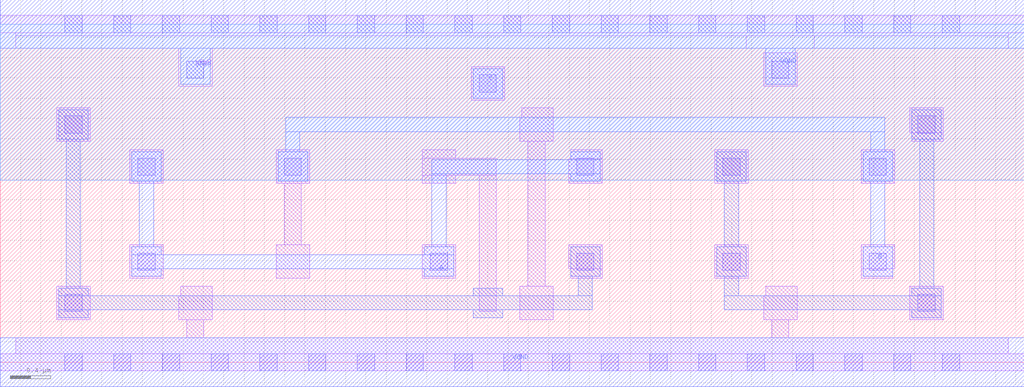
<source format=lef>
VERSION 5.7 ;
  NOWIREEXTENSIONATPIN ON ;
  DIVIDERCHAR "/" ;
  BUSBITCHARS "[]" ;
MACRO XOR2X1
  CLASS CORE ;
  FOREIGN XOR2X1 ;
  ORIGIN 0.000 0.000 ;
  SIZE 10.080 BY 3.330 ;
  SYMMETRY X Y ;
  SITE unit ;
  PIN A
    ANTENNAGATEAREA 0.378000 ;
    PORT
      LAYER met1 ;
        RECT 1.295 1.780 1.585 2.070 ;
        RECT 5.615 1.995 5.905 2.070 ;
        RECT 4.250 1.855 5.905 1.995 ;
        RECT 1.370 1.135 1.510 1.780 ;
        RECT 4.250 1.135 4.390 1.855 ;
        RECT 5.615 1.780 5.905 1.855 ;
        RECT 1.295 1.060 1.585 1.135 ;
        RECT 4.175 1.060 4.465 1.135 ;
        RECT 1.295 0.920 4.465 1.060 ;
        RECT 1.295 0.845 1.585 0.920 ;
        RECT 4.175 0.845 4.465 0.920 ;
    END
  END A
  PIN B
    ANTENNAGATEAREA 0.378000 ;
    PORT
      LAYER met1 ;
        RECT 2.810 2.270 8.710 2.410 ;
        RECT 2.810 2.070 2.950 2.270 ;
        RECT 8.570 2.070 8.710 2.270 ;
        RECT 2.735 1.780 3.025 2.070 ;
        RECT 8.495 1.780 8.785 2.070 ;
        RECT 8.570 1.135 8.710 1.780 ;
        RECT 8.495 0.845 8.785 1.135 ;
    END
  END B
  PIN VGND
    ANTENNADIFFAREA 1.124200 ;
    PORT
      LAYER met1 ;
        RECT 0.000 -0.240 10.080 0.240 ;
    END
    PORT
      LAYER met1 ;
        RECT 0.000 3.090 10.080 3.570 ;
        RECT 1.775 2.735 2.065 3.090 ;
        RECT 7.535 2.735 7.825 3.090 ;
    END
  END VGND
  PIN VPWR
    ANTENNADIFFAREA 1.083600 ;
    PORT
      LAYER li1 ;
        RECT 0.000 3.245 10.080 3.415 ;
        RECT 0.155 3.215 9.925 3.245 ;
        RECT 0.155 3.090 7.345 3.215 ;
        RECT 8.015 3.090 9.925 3.215 ;
        RECT 1.755 2.715 2.085 3.090 ;
      LAYER mcon ;
        RECT 0.635 3.245 0.805 3.415 ;
        RECT 1.115 3.245 1.285 3.415 ;
        RECT 1.595 3.245 1.765 3.415 ;
        RECT 2.075 3.245 2.245 3.415 ;
        RECT 2.555 3.245 2.725 3.415 ;
        RECT 3.035 3.245 3.205 3.415 ;
        RECT 3.515 3.245 3.685 3.415 ;
        RECT 3.995 3.245 4.165 3.415 ;
        RECT 4.475 3.245 4.645 3.415 ;
        RECT 4.955 3.245 5.125 3.415 ;
        RECT 5.435 3.245 5.605 3.415 ;
        RECT 5.915 3.245 6.085 3.415 ;
        RECT 6.395 3.245 6.565 3.415 ;
        RECT 6.875 3.245 7.045 3.415 ;
        RECT 7.355 3.245 7.525 3.415 ;
        RECT 7.835 3.245 8.005 3.415 ;
        RECT 8.315 3.245 8.485 3.415 ;
        RECT 8.795 3.245 8.965 3.415 ;
        RECT 9.275 3.245 9.445 3.415 ;
        RECT 1.835 2.795 2.005 2.965 ;
    END
  END VPWR
  PIN Y
    ANTENNADIFFAREA 1.661650 ;
    PORT
      LAYER met1 ;
        RECT 4.655 2.600 4.945 2.890 ;
    END
  END Y
  OBS
      LAYER nwell ;
        RECT 0.000 1.790 10.080 3.330 ;
      LAYER li1 ;
        RECT 4.635 2.580 4.965 2.910 ;
        RECT 7.515 2.715 7.845 3.045 ;
        RECT 0.555 2.175 0.885 2.505 ;
        RECT 5.135 2.410 5.445 2.505 ;
        RECT 5.115 2.175 5.445 2.410 ;
        RECT 8.955 2.260 9.285 2.505 ;
        RECT 8.975 2.175 9.285 2.260 ;
        RECT 1.275 1.760 1.605 2.090 ;
        RECT 2.715 1.760 3.045 2.090 ;
        RECT 4.155 2.010 4.485 2.090 ;
        RECT 4.155 1.840 4.885 2.010 ;
        RECT 4.155 1.760 4.485 1.840 ;
        RECT 2.795 1.155 2.965 1.760 ;
        RECT 1.275 0.825 1.605 1.155 ;
        RECT 2.715 0.825 3.045 1.155 ;
        RECT 4.155 0.825 4.485 1.155 ;
        RECT 0.555 0.420 0.885 0.750 ;
        RECT 1.775 0.655 2.085 0.750 ;
        RECT 1.755 0.420 2.085 0.655 ;
        RECT 4.715 0.500 4.885 1.840 ;
        RECT 5.195 0.750 5.365 2.175 ;
        RECT 5.615 2.005 5.925 2.090 ;
        RECT 5.595 1.760 5.925 2.005 ;
        RECT 7.035 1.760 7.365 2.090 ;
        RECT 8.475 1.760 8.805 2.090 ;
        RECT 5.595 0.920 5.925 1.155 ;
        RECT 5.615 0.825 5.925 0.920 ;
        RECT 7.035 0.825 7.365 1.155 ;
        RECT 8.475 0.920 8.805 1.155 ;
        RECT 8.475 0.825 8.785 0.920 ;
        RECT 5.115 0.420 5.445 0.750 ;
        RECT 7.535 0.655 7.845 0.750 ;
        RECT 7.515 0.420 7.845 0.655 ;
        RECT 8.955 0.420 9.285 0.750 ;
        RECT 1.835 0.240 2.005 0.420 ;
        RECT 7.595 0.240 7.765 0.420 ;
        RECT 0.155 0.085 9.925 0.240 ;
        RECT 0.000 -0.085 10.080 0.085 ;
      LAYER mcon ;
        RECT 4.715 2.660 4.885 2.830 ;
        RECT 7.595 2.795 7.765 2.965 ;
        RECT 0.635 2.255 0.805 2.425 ;
        RECT 9.035 2.255 9.205 2.425 ;
        RECT 1.355 1.840 1.525 2.010 ;
        RECT 2.795 1.840 2.965 2.010 ;
        RECT 1.355 0.905 1.525 1.075 ;
        RECT 4.235 0.905 4.405 1.075 ;
        RECT 0.635 0.500 0.805 0.670 ;
        RECT 5.675 1.840 5.845 2.010 ;
        RECT 7.115 1.840 7.285 2.010 ;
        RECT 8.555 1.840 8.725 2.010 ;
        RECT 5.675 0.905 5.845 1.075 ;
        RECT 7.115 0.905 7.285 1.075 ;
        RECT 8.555 0.905 8.725 1.075 ;
        RECT 9.035 0.500 9.205 0.670 ;
        RECT 0.635 -0.085 0.805 0.085 ;
        RECT 1.115 -0.085 1.285 0.085 ;
        RECT 1.595 -0.085 1.765 0.085 ;
        RECT 2.075 -0.085 2.245 0.085 ;
        RECT 2.555 -0.085 2.725 0.085 ;
        RECT 3.035 -0.085 3.205 0.085 ;
        RECT 3.515 -0.085 3.685 0.085 ;
        RECT 3.995 -0.085 4.165 0.085 ;
        RECT 4.475 -0.085 4.645 0.085 ;
        RECT 4.955 -0.085 5.125 0.085 ;
        RECT 5.435 -0.085 5.605 0.085 ;
        RECT 5.915 -0.085 6.085 0.085 ;
        RECT 6.395 -0.085 6.565 0.085 ;
        RECT 6.875 -0.085 7.045 0.085 ;
        RECT 7.355 -0.085 7.525 0.085 ;
        RECT 7.835 -0.085 8.005 0.085 ;
        RECT 8.315 -0.085 8.485 0.085 ;
        RECT 8.795 -0.085 8.965 0.085 ;
        RECT 9.275 -0.085 9.445 0.085 ;
      LAYER met1 ;
        RECT 0.575 2.195 0.865 2.485 ;
        RECT 8.975 2.195 9.265 2.485 ;
        RECT 0.650 0.730 0.790 2.195 ;
        RECT 7.055 1.780 7.345 2.070 ;
        RECT 7.130 1.135 7.270 1.780 ;
        RECT 5.615 0.845 5.905 1.135 ;
        RECT 7.055 0.845 7.345 1.135 ;
        RECT 0.575 0.655 0.865 0.730 ;
        RECT 4.655 0.655 4.945 0.730 ;
        RECT 5.690 0.655 5.830 0.845 ;
        RECT 0.575 0.515 5.830 0.655 ;
        RECT 7.130 0.655 7.270 0.845 ;
        RECT 9.050 0.730 9.190 2.195 ;
        RECT 8.975 0.655 9.265 0.730 ;
        RECT 7.130 0.515 9.265 0.655 ;
        RECT 0.575 0.440 0.865 0.515 ;
        RECT 4.655 0.440 4.945 0.515 ;
        RECT 8.975 0.440 9.265 0.515 ;
  END
END XOR2X1
END LIBRARY


</source>
